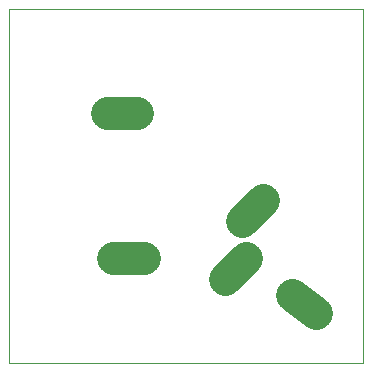
<source format=gbs>
G75*
G70*
%OFA0B0*%
%FSLAX24Y24*%
%IPPOS*%
%LPD*%
%AMOC8*
5,1,8,0,0,1.08239X$1,22.5*
%
%ADD10C,0.0000*%
%ADD11C,0.1085*%
D10*
X000101Y000726D02*
X000101Y012537D01*
X011912Y012537D01*
X011912Y000726D01*
X000101Y000726D01*
D11*
X003586Y004246D02*
X004591Y004246D01*
X007305Y003520D02*
X008015Y004231D01*
X007856Y005449D02*
X008566Y006160D01*
X009532Y002982D02*
X010355Y002406D01*
X004388Y009067D02*
X003383Y009067D01*
M02*

</source>
